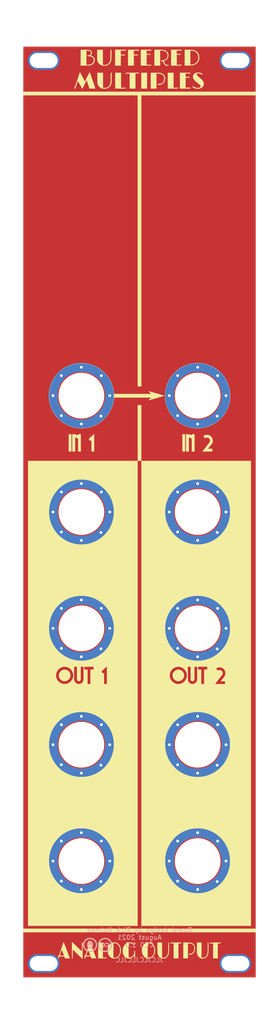
<source format=kicad_pcb>
(kicad_pcb (version 20221018) (generator pcbnew)
  (layers (0 "F.Cu" signal) (31 "B.Cu" signal) (34 "B.Paste" user) (35 "F.Paste" user) (36 "B.SilkS" user "B.Silkscreen") (37 "F.SilkS" user "F.Silkscreen") (38 "B.Mask" user) (39 "F.Mask" user) (44 "Edge.Cuts" user))
  (net 0 "")
  (net 1 "GND")
  (footprint "multiples:multiples_panel_holes" (layer "F.Cu") (at 125 115)
    (fp_text reference "GRAF1" hide)
    (fp_text value "Holes" hide)
  )
  (footprint "Kosmo_panel:Kosmo_Jack_Hole" (layer "F.Cu") (at 112.5 90)
    (fp_text reference "H1" hide)
    (fp_text value "Jack_Hole")
    (fp_circle (center 0 0) (end 4.9 0) (stroke (width 0.05)) (fill none) (layer "Edge.Cuts"))
    (pad "1" smd custom (at -6.1 0) (size 0.5 0.5) (layers "F.Cu" "F.Paste" "F.Mask") (net 1 "GND") (options (clearance outline) (anchor circle)) (primitives (gr_circle (center 6.1 0) (end 12.2 0) (width 1.9) (fill none))))
    (pad "1" smd custom (at -6.1 0) (size 0.5 0.5) (layers "B.Cu" "B.Paste" "B.Mask") (net 1 "GND") (options (clearance outline) (anchor circle)) (primitives (gr_circle (center 6.1 0) (end 12.2 0) (width 1.9) (fill none))))
    (pad "1" thru_hole circle (at -6.1 0) (size 0.8 0.8) (drill 0.6) (layers "*.Cu" "*.Mask") (net 1 "GND"))
    (pad "1" thru_hole circle (at -4.3 -4.3) (size 0.8 0.8) (drill 0.6) (layers "*.Cu" "*.Mask") (net 1 "GND"))
    (pad "1" thru_hole circle (at -4.3 4.3) (size 0.8 0.8) (drill 0.6) (layers "*.Cu" "*.Mask") (net 1 "GND"))
    (pad "1" thru_hole circle (at 0 -6.1) (size 0.8 0.8) (drill 0.6) (layers "*.Cu" "*.Mask") (net 1 "GND"))
    (pad "1" thru_hole circle (at 0 6.1) (size 0.8 0.8) (drill 0.6) (layers "*.Cu" "*.Mask") (net 1 "GND"))
    (pad "1" thru_hole circle (at 4.2 4.4) (size 0.8 0.8) (drill 0.6) (layers "*.Cu" "*.Mask") (net 1 "GND"))
    (pad "1" thru_hole circle (at 4.3 -4.3) (size 0.8 0.8) (drill 0.6) (layers "*.Cu" "*.Mask") (net 1 "GND"))
    (pad "1" thru_hole circle (at 6.1 0) (size 0.8 0.8) (drill 0.6) (layers "*.Cu" "*.Mask") (net 1 "GND"))
  )
  (footprint "Kosmo_panel:Kosmo_Jack_Hole" (layer "F.Cu") (at 137.5 90)
    (fp_text reference "H2" hide)
    (fp_text value "Jack_Hole")
    (fp_circle (center 0 0) (end 4.9 0) (stroke (width 0.05)) (fill none) (layer "Edge.Cuts"))
    (pad "1" smd custom (at -6.1 0) (size 0.5 0.5) (layers "F.Cu" "F.Paste" "F.Mask") (net 1 "GND") (options (clearance outline) (anchor circle)) (primitives (gr_circle (center 6.1 0) (end 12.2 0) (width 1.9) (fill none))))
    (pad "1" smd custom (at -6.1 0) (size 0.5 0.5) (layers "B.Cu" "B.Paste" "B.Mask") (net 1 "GND") (options (clearance outline) (anchor circle)) (primitives (gr_circle (center 6.1 0) (end 12.2 0) (width 1.9) (fill none))))
    (pad "1" thru_hole circle (at -6.1 0) (size 0.8 0.8) (drill 0.6) (layers "*.Cu" "*.Mask") (net 1 "GND"))
    (pad "1" thru_hole circle (at -4.3 -4.3) (size 0.8 0.8) (drill 0.6) (layers "*.Cu" "*.Mask") (net 1 "GND"))
    (pad "1" thru_hole circle (at -4.3 4.3) (size 0.8 0.8) (drill 0.6) (layers "*.Cu" "*.Mask") (net 1 "GND"))
    (pad "1" thru_hole circle (at 0 -6.1) (size 0.8 0.8) (drill 0.6) (layers "*.Cu" "*.Mask") (net 1 "GND"))
    (pad "1" thru_hole circle (at 0 6.1) (size 0.8 0.8) (drill 0.6) (layers "*.Cu" "*.Mask") (net 1 "GND"))
    (pad "1" thru_hole circle (at 4.2 4.4) (size 0.8 0.8) (drill 0.6) (layers "*.Cu" "*.Mask") (net 1 "GND"))
    (pad "1" thru_hole circle (at 4.3 -4.3) (size 0.8 0.8) (drill 0.6) (layers "*.Cu" "*.Mask") (net 1 "GND"))
    (pad "1" thru_hole circle (at 6.1 0) (size 0.8 0.8) (drill 0.6) (layers "*.Cu" "*.Mask") (net 1 "GND"))
  )
  (footprint "Kosmo_panel:Kosmo_Panel_Dual_Slotted_Mounting_Holes" (layer "F.Cu") (at 103 212)
    (fp_text reference "H3" hide)
    (fp_text value "Mounting_Holes_Slotted")
    (pad "1" thru_hole oval (at 1.4 -194) (size 6.8 4) (drill oval 6 3.2) (layers "*.Cu" "*.Mask") (net 1 "GND"))
    (pad "1" thru_hole oval (at 1.4 0) (size 6.8 4) (drill oval 6 3.2) (layers "*.Cu" "*.Mask") (net 1 "GND"))
  )
  (footprint "Kosmo_panel:Kosmo_Jack_Hole" (layer "F.Cu") (at 112.5 115)
    (fp_text reference "H4" hide)
    (fp_text value "Jack_Hole")
    (fp_circle (center 0 0) (end 4.9 0) (stroke (width 0.05)) (fill none) (layer "Edge.Cuts"))
    (pad "1" smd custom (at -6.1 0) (size 0.5 0.5) (layers "F.Cu" "F.Paste" "F.Mask") (net 1 "GND") (options (clearance outline) (anchor circle)) (primitives (gr_circle (center 6.1 0) (end 12.2 0) (width 1.9) (fill none))))
    (pad "1" smd custom (at -6.1 0) (size 0.5 0.5) (layers "B.Cu" "B.Paste" "B.Mask") (net 1 "GND") (options (clearance outline) (anchor circle)) (primitives (gr_circle (center 6.1 0) (end 12.2 0) (width 1.9) (fill none))))
    (pad "1" thru_hole circle (at -6.1 0) (size 0.8 0.8) (drill 0.6) (layers "*.Cu" "*.Mask") (net 1 "GND"))
    (pad "1" thru_hole circle (at -4.3 -4.3) (size 0.8 0.8) (drill 0.6) (layers "*.Cu" "*.Mask") (net 1 "GND"))
    (pad "1" thru_hole circle (at -4.3 4.3) (size 0.8 0.8) (drill 0.6) (layers "*.Cu" "*.Mask") (net 1 "GND"))
    (pad "1" thru_hole circle (at 0 -6.1) (size 0.8 0.8) (drill 0.6) (layers "*.Cu" "*.Mask") (net 1 "GND"))
    (pad "1" thru_hole circle (at 0 6.1) (size 0.8 0.8) (drill 0.6) (layers "*.Cu" "*.Mask") (net 1 "GND"))
    (pad "1" thru_hole circle (at 4.2 4.4) (size 0.8 0.8) (drill 0.6) (layers "*.Cu" "*.Mask") (net 1 "GND"))
    (pad "1" thru_hole circle (at 4.3 -4.3) (size 0.8 0.8) (drill 0.6) (layers "*.Cu" "*.Mask") (net 1 "GND"))
    (pad "1" thru_hole circle (at 6.1 0) (size 0.8 0.8) (drill 0.6) (layers "*.Cu" "*.Mask") (net 1 "GND"))
  )
  (footprint "Kosmo_panel:Kosmo_Jack_Hole" (layer "F.Cu") (at 137.5 115)
    (fp_text reference "H5" hide)
    (fp_text value "Jack_Hole")
    (fp_circle (center 0 0) (end 4.9 0) (stroke (width 0.05)) (fill none) (layer "Edge.Cuts"))
    (pad "1" smd custom (at -6.1 0) (size 0.5 0.5) (layers "F.Cu" "F.Paste" "F.Mask") (net 1 "GND") (options (clearance outline) (anchor circle)) (primitives (gr_circle (center 6.1 0) (end 12.2 0) (width 1.9) (fill none))))
    (pad "1" smd custom (at -6.1 0) (size 0.5 0.5) (layers "B.Cu" "B.Paste" "B.Mask") (net 1 "GND") (options (clearance outline) (anchor circle)) (primitives (gr_circle (center 6.1 0) (end 12.2 0) (width 1.9) (fill none))))
    (pad "1" thru_hole circle (at -6.1 0) (size 0.8 0.8) (drill 0.6) (layers "*.Cu" "*.Mask") (net 1 "GND"))
    (pad "1" thru_hole circle (at -4.3 -4.3) (size 0.8 0.8) (drill 0.6) (layers "*.Cu" "*.Mask") (net 1 "GND"))
    (pad "1" thru_hole circle (at -4.3 4.3) (size 0.8 0.8) (drill 0.6) (layers "*.Cu" "*.Mask") (net 1 "GND"))
    (pad "1" thru_hole circle (at 0 -6.1) (size 0.8 0.8) (drill 0.6) (layers "*.Cu" "*.Mask") (net 1 "GND"))
    (pad "1" thru_hole circle (at 0 6.1) (size 0.8 0.8) (drill 0.6) (layers "*.Cu" "*.Mask") (net 1 "GND"))
    (pad "1" thru_hole circle (at 4.2 4.4) (size 0.8 0.8) (drill 0.6) (layers "*.Cu" "*.Mask") (net 1 "GND"))
    (pad "1" thru_hole circle (at 4.3 -4.3) (size 0.8 0.8) (drill 0.6) (layers "*.Cu" "*.Mask") (net 1 "GND"))
    (pad "1" thru_hole circle (at 6.1 0) (size 0.8 0.8) (drill 0.6) (layers "*.Cu" "*.Mask") (net 1 "GND"))
  )
  (footprint "Kosmo_panel:Kosmo_Panel_Dual_Slotted_Mounting_Holes" (layer "F.Cu") (at 147 18 180)
    (fp_text reference "H6" hide)
    (fp_text value "Mounting_Holes_Slotted")
    (pad "1" thru_hole oval (at 1.4 -194 180) (size 6.8 4) (drill oval 6 3.2) (layers "*.Cu" "*.Mask") (net 1 "GND"))
    (pad "1" thru_hole oval (at 1.4 0 180) (size 6.8 4) (drill oval 6 3.2) (layers "*.Cu" "*.Mask") (net 1 "GND"))
  )
  (footprint "Kosmo_panel:Kosmo_Jack_Hole" (layer "F.Cu") (at 112.5 140)
    (fp_text reference "H7" hide)
    (fp_text value "Jack_Hole")
    (fp_circle (center 0 0) (end 4.9 0) (stroke (width 0.05)) (fill none) (layer "Edge.Cuts"))
    (pad "1" smd custom (at -6.1 0) (size 0.5 0.5) (layers "F.Cu" "F.Paste" "F.Mask") (net 1 "GND") (options (clearance outline) (anchor circle)) (primitives (gr_circle (center 6.1 0) (end 12.2 0) (width 1.9) (fill none))))
    (pad "1" smd custom (at -6.1 0) (size 0.5 0.5) (layers "B.Cu" "B.Paste" "B.Mask") (net 1 "GND") (options (clearance outline) (anchor circle)) (primitives (gr_circle (center 6.1 0) (end 12.2 0) (width 1.9) (fill none))))
    (pad "1" thru_hole circle (at -6.1 0) (size 0.8 0.8) (drill 0.6) (layers "*.Cu" "*.Mask") (net 1 "GND"))
    (pad "1" thru_hole circle (at -4.3 -4.3) (size 0.8 0.8) (drill 0.6) (layers "*.Cu" "*.Mask") (net 1 "GND"))
    (pad "1" thru_hole circle (at -4.3 4.3) (size 0.8 0.8) (drill 0.6) (layers "*.Cu" "*.Mask") (net 1 "GND"))
    (pad "1" thru_hole circle (at 0 -6.1) (size 0.8 0.8) (drill 0.6) (layers "*.Cu" "*.Mask") (net 1 "GND"))
    (pad "1" thru_hole circle (at 0 6.1) (size 0.8 0.8) (drill 0.6) (layers "*.Cu" "*.Mask") (net 1 "GND"))
    (pad "1" thru_hole circle (at 4.2 4.4) (size 0.8 0.8) (drill 0.6) (layers "*.Cu" "*.Mask") (net 1 "GND"))
    (pad "1" thru_hole circle (at 4.3 -4.3) (size 0.8 0.8) (drill 0.6) (layers "*.Cu" "*.Mask") (net 1 "GND"))
    (pad "1" thru_hole circle (at 6.1 0) (size 0.8 0.8) (drill 0.6) (layers "*.Cu" "*.Mask") (net 1 "GND"))
  )
  (footprint "Kosmo_panel:Kosmo_Jack_Hole" (layer "F.Cu") (at 137.5 140)
    (fp_text reference "H8" hide)
    (fp_text value "Jack_Hole")
    (fp_circle (center 0 0) (end 4.9 0) (stroke (width 0.05)) (fill none) (layer "Edge.Cuts"))
    (pad "1" smd custom (at -6.1 0) (size 0.5 0.5) (layers "F.Cu" "F.Paste" "F.Mask") (net 1 "GND") (options (clearance outline) (anchor circle)) (primitives (gr_circle (center 6.1 0) (end 12.2 0) (width 1.9) (fill none))))
    (pad "1" smd custom (at -6.1 0) (size 0.5 0.5) (layers "B.Cu" "B.Paste" "B.Mask") (net 1 "GND") (options (clearance outline) (anchor circle)) (primitives (gr_circle (center 6.1 0) (end 12.2 0) (width 1.9) (fill none))))
    (pad "1" thru_hole circle (at -6.1 0) (size 0.8 0.8) (drill 0.6) (layers "*.Cu" "*.Mask") (net 1 "GND"))
    (pad "1" thru_hole circle (at -4.3 -4.3) (size 0.8 0.8) (drill 0.6) (layers "*.Cu" "*.Mask") (net 1 "GND"))
    (pad "1" thru_hole circle (at -4.3 4.3) (size 0.8 0.8) (drill 0.6) (layers "*.Cu" "*.Mask") (net 1 "GND"))
    (pad "1" thru_hole circle (at 0 -6.1) (size 0.8 0.8) (drill 0.6) (layers "*.Cu" "*.Mask") (net 1 "GND"))
    (pad "1" thru_hole circle (at 0 6.1) (size 0.8 0.8) (drill 0.6) (layers "*.Cu" "*.Mask") (net 1 "GND"))
    (pad "1" thru_hole circle (at 4.2 4.4) (size 0.8 0.8) (drill 0.6) (layers "*.Cu" "*.Mask") (net 1 "GND"))
    (pad "1" thru_hole circle (at 4.3 -4.3) (size 0.8 0.8) (drill 0.6) (layers "*.Cu" "*.Mask") (net 1 "GND"))
    (pad "1" thru_hole circle (at 6.1 0) (size 0.8 0.8) (drill 0.6) (layers "*.Cu" "*.Mask") (net 1 "GND"))
  )
  (footprint "Kosmo_panel:Kosmo_Jack_Hole" (layer "F.Cu") (at 112.5 165)
    (fp_text reference "H9" hide)
    (fp_text value "Jack_Hole")
    (fp_circle (center 0 0) (end 4.9 0) (stroke (width 0.05)) (fill none) (layer "Edge.Cuts"))
    (pad "1" smd custom (at -6.1 0) (size 0.5 0.5) (layers "F.Cu" "F.Paste" "F.Mask") (net 1 "GND") (options (clearance outline) (anchor circle)) (primitives (gr_circle (center 6.1 0) (end 12.2 0) (width 1.9) (fill none))))
    (pad "1" smd custom (at -6.1 0) (size 0.5 0.5) (layers "B.Cu" "B.Paste" "B.Mask") (net 1 "GND") (options (clearance outline) (anchor circle)) (primitives (gr_circle (center 6.1 0) (end 12.2 0) (width 1.9) (fill none))))
    (pad "1" thru_hole circle (at -6.1 0) (size 0.8 0.8) (drill 0.6) (layers "*.Cu" "*.Mask") (net 1 "GND"))
    (pad "1" thru_hole circle (at -4.3 -4.3) (size 0.8 0.8) (drill 0.6) (layers "*.Cu" "*.Mask") (net 1 "GND"))
    (pad "1" thru_hole circle (at -4.3 4.3) (size 0.8 0.8) (drill 0.6) (layers "*.Cu" "*.Mask") (net 1 "GND"))
    (pad "1" thru_hole circle (at 0 -6.1) (size 0.8 0.8) (drill 0.6) (layers "*.Cu" "*.Mask") (net 1 "GND"))
    (pad "1" thru_hole circle (at 0 6.1) (size 0.8 0.8) (drill 0.6) (layers "*.Cu" "*.Mask") (net 1 "GND"))
    (pad "1" thru_hole circle (at 4.2 4.4) (size 0.8 0.8) (drill 0.6) (layers "*.Cu" "*.Mask") (net 1 "GND"))
    (pad "1" thru_hole circle (at 4.3 -4.3) (size 0.8 0.8) (drill 0.6) (layers "*.Cu" "*.Mask") (net 1 "GND"))
    (pad "1" thru_hole circle (at 6.1 0) (size 0.8 0.8) (drill 0.6) (layers "*.Cu" "*.Mask") (net 1 "GND"))
  )
  (footprint "Kosmo_panel:Kosmo_Jack_Hole" (layer "F.Cu") (at 137.5 165)
    (fp_text reference "H10" hide)
    (fp_text value "Jack_Hole")
    (fp_circle (center 0 0) (end 4.9 0) (stroke (width 0.05)) (fill none) (layer "Edge.Cuts"))
    (pad "1" smd custom (at -6.1 0) (size 0.5 0.5) (layers "F.Cu" "F.Paste" "F.Mask") (net 1 "GND") (options (clearance outline) (anchor circle)) (primitives (gr_circle (center 6.1 0) (end 12.2 0) (width 1.9) (fill none))))
    (pad "1" smd custom (at -6.1 0) (size 0.5 0.5) (layers "B.Cu" "B.Paste" "B.Mask") (net 1 "GND") (options (clearance outline) (anchor circle)) (primitives (gr_circle (center 6.1 0) (end 12.2 0) (width 1.9) (fill none))))
    (pad "1" thru_hole circle (at -6.1 0) (size 0.8 0.8) (drill 0.6) (layers "*.Cu" "*.Mask") (net 1 "GND"))
    (pad "1" thru_hole circle (at -4.3 -4.3) (size 0.8 0.8) (drill 0.6) (layers "*.Cu" "*.Mask") (net 1 "GND"))
    (pad "1" thru_hole circle (at -4.3 4.3) (size 0.8 0.8) (drill 0.6) (layers "*.Cu" "*.Mask") (net 1 "GND"))
    (pad "1" thru_hole circle (at 0 -6.1) (size 0.8 0.8) (drill 0.6) (layers "*.Cu" "*.Mask") (net 1 "GND"))
    (pad "1" thru_hole circle (at 0 6.1) (size 0.8 0.8) (drill 0.6) (layers "*.Cu" "*.Mask") (net 1 "GND"))
    (pad "1" thru_hole circle (at 4.2 4.4) (size 0.8 0.8) (drill 0.6) (layers "*.Cu" "*.Mask") (net 1 "GND"))
    (pad "1" thru_hole circle (at 4.3 -4.3) (size 0.8 0.8) (drill 0.6) (layers "*.Cu" "*.Mask") (net 1 "GND"))
    (pad "1" thru_hole circle (at 6.1 0) (size 0.8 0.8) (drill 0.6) (layers "*.Cu" "*.Mask") (net 1 "GND"))
  )
  (footprint "Kosmo_panel:Kosmo_Jack_Hole" (layer "F.Cu") (at 112.5 190)
    (fp_text reference "H11" hide)
    (fp_text value "Jack_Hole")
    (fp_circle (center 0 0) (end 4.9 0) (stroke (width 0.05)) (fill none) (layer "Edge.Cuts"))
    (pad "1" smd custom (at -6.1 0) (size 0.5 0.5) (layers "F.Cu" "F.Paste" "F.Mask") (net 1 "GND") (options (clearance outline) (anchor circle)) (primitives (gr_circle (center 6.1 0) (end 12.2 0) (width 1.9) (fill none))))
    (pad "1" smd custom (at -6.1 0) (size 0.5 0.5) (layers "B.Cu" "B.Paste" "B.Mask") (net 1 "GND") (options (clearance outline) (anchor circle)) (primitives (gr_circle (center 6.1 0) (end 12.2 0) (width 1.9) (fill none))))
    (pad "1" thru_hole circle (at -6.1 0) (size 0.8 0.8) (drill 0.6) (layers "*.Cu" "*.Mask") (net 1 "GND"))
    (pad "1" thru_hole circle (at -4.3 -4.3) (size 0.8 0.8) (drill 0.6) (layers "*.Cu" "*.Mask") (net 1 "GND"))
    (pad "1" thru_hole circle (at -4.3 4.3) (size 0.8 0.8) (drill 0.6) (layers "*.Cu" "*.Mask") (net 1 "GND"))
    (pad "1" thru_hole circle (at 0 -6.1) (size 0.8 0.8) (drill 0.6) (layers "*.Cu" "*.Mask") (net 1 "GND"))
    (pad "1" thru_hole circle (at 0 6.1) (size 0.8 0.8) (drill 0.6) (layers "*.Cu" "*.Mask") (net 1 "GND"))
    (pad "1" thru_hole circle (at 4.2 4.4) (size 0.8 0.8) (drill 0.6) (layers "*.Cu" "*.Mask") (net 1 "GND"))
    (pad "1" thru_hole circle (at 4.3 -4.3) (size 0.8 0.8) (drill 0.6) (layers "*.Cu" "*.Mask") (net 1 "GND"))
    (pad "1" thru_hole circle (at 6.1 0) (size 0.8 0.8) (drill 0.6) (layers "*.Cu" "*.Mask") (net 1 "GND"))
  )
  (footprint "Kosmo_panel:Kosmo_Jack_Hole" (layer "F.Cu") (at 137.5 190)
    (fp_text reference "H12" hide)
    (fp_text value "Jack_Hole")
    (fp_circle (center 0 0) (end 4.9 0) (stroke (width 0.05)) (fill none) (layer "Edge.Cuts"))
    (pad "1" smd custom (at -6.1 0) (size 0.5 0.5) (layers "F.Cu" "F.Paste" "F.Mask") (net 1 "GND") (options (clearance outline) (anchor circle)) (primitives (gr_circle (center 6.1 0) (end 12.2 0) (width 1.9) (fill none))))
    (pad "1" smd custom (at -6.1 0) (size 0.5 0.5) (layers "B.Cu" "B.Paste" "B.Mask") (net 1 "GND") (options (clearance outline) (anchor circle)) (primitives (gr_circle (center 6.1 0) (end 12.2 0) (width 1.9) (fill none))))
    (pad "1" thru_hole circle (at -6.1 0) (size 0.8 0.8) (drill 0.6) (layers "*.Cu" "*.Mask") (net 1 "GND"))
    (pad "1" thru_hole circle (at -4.3 -4.3) (size 0.8 0.8) (drill 0.6) (layers "*.Cu" "*.Mask") (net 1 "GND"))
    (pad "1" thru_hole circle (at -4.3 4.3) (size 0.8 0.8) (drill 0.6) (layers "*.Cu" "*.Mask") (net 1 "GND"))
    (pad "1" thru_hole circle (at 0 -6.1) (size 0.8 0.8) (drill 0.6) (layers "*.Cu" "*.Mask") (net 1 "GND"))
    (pad "1" thru_hole circle (at 0 6.1) (size 0.8 0.8) (drill 0.6) (layers "*.Cu" "*.Mask") (net 1 "GND"))
    (pad "1" thru_hole circle (at 4.2 4.4) (size 0.8 0.8) (drill 0.6) (layers "*.Cu" "*.Mask") (net 1 "GND"))
    (pad "1" thru_hole circle (at 4.3 -4.3) (size 0.8 0.8) (drill 0.6) (layers "*.Cu" "*.Mask") (net 1 "GND"))
    (pad "1" thru_hole circle (at 6.1 0) (size 0.8 0.8) (drill 0.6) (layers "*.Cu" "*.Mask") (net 1 "GND"))
  )
  (footprint "multiples:multiples_panel_art" (layer "F.Cu") (at 125 115)
    (fp_text reference "GRAF3" hide)
    (fp_text value "Art" hide)
  )
  (footprint "AO_tht:CC0_logo" (layer "B.Cu") (at 116 208 180)
    (fp_text reference "GRAF2" hide)
    (fp_text value "CC0 logo" hide)
  )
  (gr_line (start 100 215) (end 100 15) (stroke (width 0.05)) (layer "Edge.Cuts"))
  (gr_line (start 150 215) (end 100 215) (stroke (width 0.05)) (layer "Edge.Cuts"))
  (gr_line (start 100 15) (end 150 15) (stroke (width 0.05)) (layer "Edge.Cuts"))
  (gr_line (start 150 15) (end 150 215) (stroke (width 0.05)) (layer "Edge.Cuts"))
  (gr_text "Board design by Rich Holmes\nAugust 2021\nCC0 1.0\n\nJLCJLCJLCJLC" (at 125 208) (layer "B.SilkS") (effects (font (size 1 1)) (justify mirror)))
  (zone (net 1) (net_name "GND") (layer "F.Cu") (connect_pads (clearance 0.508)) (min_thickness 0.254) (fill yes (thermal_gap 0.508) (thermal_bridge_width 0.508))
    (polygon (pts (xy 155 225) (xy 95 225) (xy 95 5) (xy 155 5)))
  )
)
</source>
